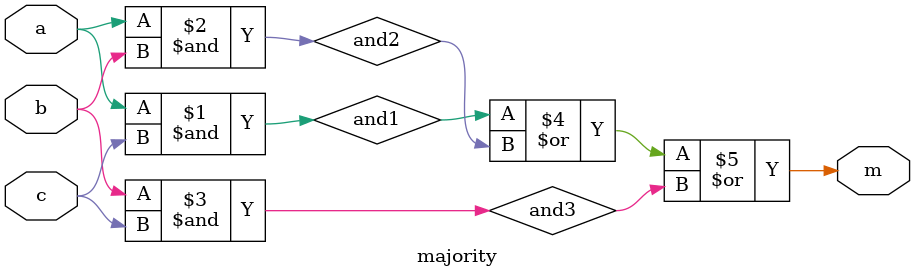
<source format=v>
`timescale 1ns / 1ps

module majority(
    input a, b, c,
    output m
    );

    wire and1, and2, and3;

    and(and1, a, c);
    and(and2, a, b);
    and(and3, b, c);
    or(m, and1, and2, and3);
endmodule
</source>
